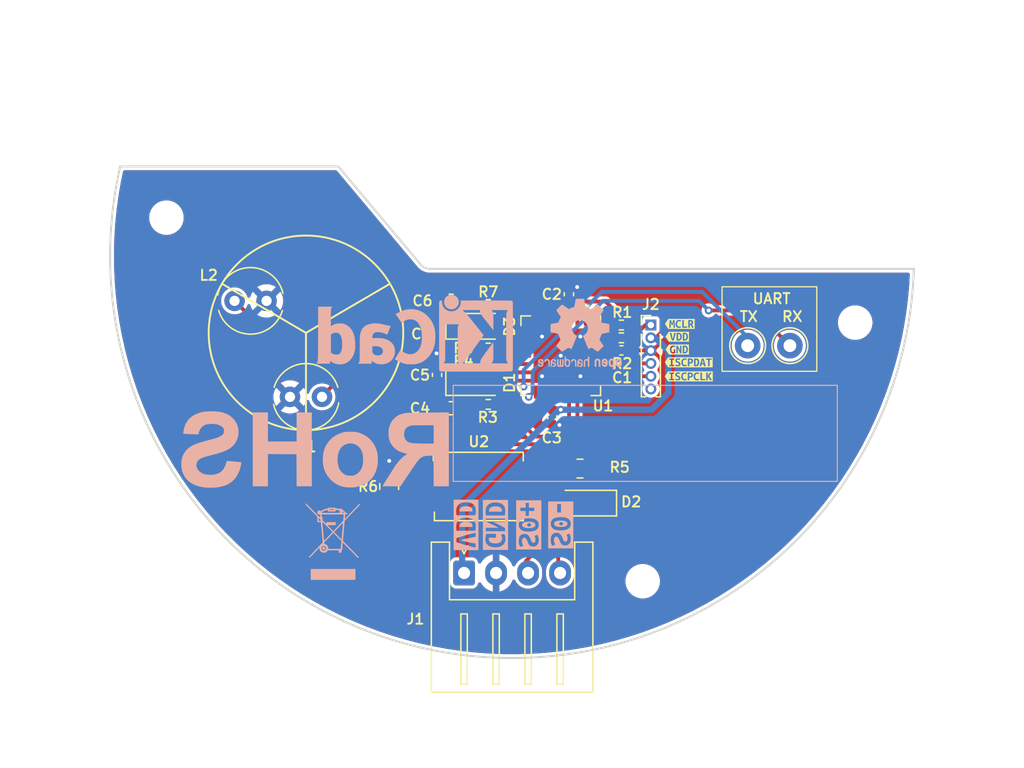
<source format=kicad_pcb>
(kicad_pcb (version 20241229) (generator "pcbnew") (generator_version "9.0")
  (title_block (comment 4 "AISLER Project ID: BFTGUQNT"))
  (layers (0 "F.Cu" signal) (2 "B.Cu" signal) (13 "F.Paste" user) (15 "B.Paste" user) (5 "F.SilkS" user "F.Silkscreen") (7 "B.SilkS" user "B.Silkscreen") (1 "F.Mask" user) (3 "B.Mask" user) (25 "Edge.Cuts" user))
  (net 0 "")
  (net 1 "GND")
  (net 2 "Net-(D1-K)")
  (net 3 "Net-(D1-A)")
  (net 4 "Net-(D2-A)")
  (net 5 "+5V")
  (net 6 "/S0_P")
  (net 7 "/S0_N")
  (net 9 "/~{MCLR}")
  (net 10 "Net-(D3-A)")
  (net 11 "/ICSPCLK")
  (net 12 "/ICSPDAT")
  (net 13 "/EN_A")
  (net 14 "/PULSE_A")
  (net 15 "/EN_B")
  (net 16 "/PULSE_B")
  (net 17 "/S0_PULSE_OUT")
  (net 18 "/TX")
  (net 19 "/RX")
  (net 20 "Net-(C4-Pad2)")
  (net 21 "Net-(D3-K)")
  (net 22 "Net-(C6-Pad2)")
  (net 23 "Net-(U1-~{MCLR}{slash}RE3)")
  (net 24 "Net-(R5-Pad1)")
  (net 25 "Net-(R6-Pad1)")
  (footprint "Capacitor_SMD:C_0603_1608Metric_Pad1.08x0.95mm_HandSolder" (layer "F.Cu") (at 145.2375 101.8875)
    (property "Reference" "C4" (at -2.4375 0.0125 0) (layer "F.SilkS") (effects (font (size 0.8 0.8))))
    (property "Value" "100pF")
    (pad "1" smd roundrect (at -0.8625 0) (size 1.075 0.95) (layers "F.Cu" "F.Mask" "F.Paste") (net 2 "Net-(D1-K)"))
    (pad "2" smd roundrect (at 0.8625 0) (size 1.075 0.95) (layers "F.Cu" "F.Mask" "F.Paste") (net 20 "Net-(C4-Pad2)"))
  )
  (footprint "Resistor_SMD:R_0402_1005Metric_Pad0.72x0.64mm_HandSolder" (layer "F.Cu") (at 148.1375 97.1875 180)
    (property "Reference" "R8" (at 1.9375 -0.0125 0) (layer "F.SilkS") (effects (font (size 0.8 0.8))))
    (property "Value" "470")
    (pad "1" smd roundrect (at -0.5975 0 180) (size 0.715 0.64) (layers "F.Cu" "F.Mask" "F.Paste") (net 15 "/EN_B"))
    (pad "2" smd roundrect (at 0.5975 0 180) (size 0.715 0.64) (layers "F.Cu" "F.Mask" "F.Paste") (net 10 "Net-(D3-A)"))
  )
  (footprint "TestPoint:TestPoint_Keystone_5000-5004_Miniature" (layer "F.Cu") (at 168.4 97)
    (property "Reference" "J3" (hide yes))
    (property "Value" "Conn_01x01")
    (pad "1" thru_hole circle (at 0 0) (size 2 2) (drill 1) (layers "*.Cu" "*.Mask") (net 18 "/TX"))
  )
  (footprint "MountingHole:MountingHole_2.2mm_M2_ISO7380" (layer "F.Cu") (at 176.8 95.2)
    (property "Reference" "H3" (hide yes))
    (property "Value" "MountingHole")
    (pad "" np_thru_hole circle (at 0 0) (size 2.2 2.2) (drill 2.2) (layers "*.Cu" "*.Mask"))
  )
  (footprint "Capacitor_SMD:C_0603_1608Metric_Pad1.08x0.95mm_HandSolder" (layer "F.Cu") (at 145.2375 93.4875)
    (property "Reference" "C6" (at -2.2375 0.0125 0) (layer "F.SilkS") (effects (font (size 0.8 0.8))))
    (property "Value" "100pF")
    (pad "1" smd roundrect (at -0.8625 0) (size 1.075 0.95) (layers "F.Cu" "F.Mask" "F.Paste") (net 21 "Net-(D3-K)"))
    (pad "2" smd roundrect (at 0.8625 0) (size 1.075 0.95) (layers "F.Cu" "F.Mask" "F.Paste") (net 22 "Net-(C6-Pad2)"))
  )
  (footprint "Diode_SMD:D_SOD-123F" (layer "F.Cu") (at 147.0375 99.8875)
    (property "Reference" "D1" (at 2.7625 0.0125 90) (layer "F.SilkS") (effects (font (size 0.8 0.8))))
    (property "Value" "SS14")
    (pad "1" smd roundrect (at -1.4 0) (size 1.1 1.1) (layers "F.Cu" "F.Mask" "F.Paste") (roundrect_rratio 0.2272727273) (net 2 "Net-(D1-K)"))
    (pad "2" smd roundrect (at 1.4 0) (size 1.1 1.1) (layers "F.Cu" "F.Mask" "F.Paste") (roundrect_rratio 0.2272727273) (net 3 "Net-(D1-A)"))
  )
  (footprint "Capacitor_SMD:C_0402_1005Metric_Pad0.74x0.62mm_HandSolder" (layer "F.Cu") (at 144.1375 96.0875 -90)
    (property "Reference" "C7" (at 0 1.2375 0) (layer "F.SilkS") (effects (font (size 0.8 0.8))))
    (property "Value" "2.2nF")
    (pad "1" smd roundrect (at -0.5675 0 270) (size 0.735 0.62) (layers "F.Cu" "F.Mask" "F.Paste") (net 21 "Net-(D3-K)"))
    (pad "2" smd roundrect (at 0.5675 0 270) (size 0.735 0.62) (layers "F.Cu" "F.Mask" "F.Paste") (net 1 "GND"))
  )
  (footprint "MountingHole:MountingHole_2.2mm_M2_ISO7380" (layer "F.Cu") (at 123 87)
    (property "Reference" "H2" (hide yes))
    (property "Value" "MountingHole")
    (pad "" np_thru_hole circle (at 0 0) (size 2.2 2.2) (drill 2.2) (layers "*.Cu" "*.Mask"))
  )
  (footprint "MountingHole:MountingHole_2.2mm_M2_ISO7380" (layer "F.Cu") (at 160.2 115.4)
    (property "Reference" "H1" (hide yes))
    (property "Value" "MountingHole")
    (pad "" np_thru_hole circle (at 0 0) (size 2.2 2.2) (drill 2.2) (layers "*.Cu" "*.Mask"))
  )
  (footprint "Capacitor_SMD:C_0402_1005Metric_Pad0.74x0.62mm_HandSolder" (layer "F.Cu") (at 154.4375 92.9875 90)
    (property "Reference" "C2" (at 0 -1.3375 180) (layer "F.SilkS") (effects (font (size 0.8 0.8))))
    (property "Value" "0.1uF")
    (pad "1" smd roundrect (at -0.5675 0 90) (size 0.735 0.62) (layers "F.Cu" "F.Mask" "F.Paste") (net 5 "+5V"))
    (pad "2" smd roundrect (at 0.5675 0 90) (size 0.735 0.62) (layers "F.Cu" "F.Mask" "F.Paste") (net 1 "GND"))
  )
  (footprint "Diode_SMD:D_SOD-123" (layer "F.Cu") (at 155.8 109.3 180)
    (property "Reference" "D2" (at -3.5 0.1 0) (layer "F.SilkS") (effects (font (size 0.8 0.8))))
    (property "Value" "B5819W")
    (pad "1" smd roundrect (at -1.65 0 180) (size 0.9 1.2) (layers "F.Cu" "F.Mask" "F.Paste") (net 7 "/S0_N"))
    (pad "2" smd roundrect (at 1.65 0 180) (size 0.9 1.2) (layers "F.Cu" "F.Mask" "F.Paste") (net 4 "Net-(D2-A)"))
  )
  (footprint "Capacitor_SMD:C_0402_1005Metric_Pad0.74x0.62mm_HandSolder" (layer "F.Cu") (at 144.1375 99.2875 90)
    (property "Reference" "C5" (at -0.0125 -1.3375 180) (layer "F.SilkS") (effects (font (size 0.8 0.8))))
    (property "Value" "2.2nF")
    (pad "1" smd roundrect (at -0.5675 0 90) (size 0.735 0.62) (layers "F.Cu" "F.Mask" "F.Paste") (net 2 "Net-(D1-K)"))
    (pad "2" smd roundrect (at 0.5675 0 90) (size 0.735 0.62) (layers "F.Cu" "F.Mask" "F.Paste") (net 1 "GND"))
  )
  (footprint "Inductor_Fastron_THT:L_Radial_D4.80mm_P2.50mm_Fastron_05HCP" (layer "F.Cu") (at 135.15 101 180)
    (property "Reference" "L1" (at 1.15 -3.9 0) (layer "F.SilkS") (effects (font (size 0.8 0.8))))
    (property "Value" "1mH")
    (pad "1" thru_hole circle (at 0 0 180) (size 1.6 1.6) (drill 0.8) (layers "*.Cu" "*.Mask") (net 2 "Net-(D1-K)"))
    (pad "2" thru_hole circle (at 2.5 0 180) (size 1.6 1.6) (drill 0.8) (layers "*.Cu" "*.Mask") (net 1 "GND"))
  )
  (footprint "Resistor_SMD:R_0402_1005Metric_Pad0.72x0.64mm_HandSolder" (layer "F.Cu") (at 158.5375 96.3875 180)
    (property "Reference" "R2" (at -0.0625 -2.0125 0) (layer "F.SilkS") (effects (font (size 0.8 0.8))))
    (property "Value" "470")
    (pad "1" smd roundrect (at -0.5975 0 180) (size 0.715 0.64) (layers "F.Cu" "F.Mask" "F.Paste") (net 9 "/~{MCLR}"))
    (pad "2" smd roundrect (at 0.5975 0 180) (size 0.715 0.64) (layers "F.Cu" "F.Mask" "F.Paste") (net 23 "Net-(U1-~{MCLR}{slash}RE3)"))
  )
  (footprint "Diode_SMD:D_SOD-123F" (layer "F.Cu") (at 147.0375 95.4875)
    (property "Reference" "D3" (at 2.7625 0.0125 90) (layer "F.SilkS") (effects (font (size 0.8 0.8))))
    (property "Value" "SS14")
    (pad "1" smd roundrect (at -1.4 0) (size 1.1 1.1) (layers "F.Cu" "F.Mask" "F.Paste") (roundrect_rratio 0.2272727273) (net 21 "Net-(D3-K)"))
    (pad "2" smd roundrect (at 1.4 0) (size 1.1 1.1) (layers "F.Cu" "F.Mask" "F.Paste") (roundrect_rratio 0.2272727273) (net 10 "Net-(D3-A)"))
  )
  (footprint "Resistor_SMD:R_0402_1005Metric_Pad0.72x0.64mm_HandSolder" (layer "F.Cu") (at 148.1375 101.5875)
    (property "Reference" "R3" (at -0.0375 1.0125 0) (layer "F.SilkS") (effects (font (size 0.8 0.8))))
    (property "Value" "470")
    (pad "1" smd roundrect (at -0.5975 0) (size 0.715 0.64) (layers "F.Cu" "F.Mask" "F.Paste") (net 20 "Net-(C4-Pad2)"))
    (pad "2" smd roundrect (at 0.5975 0) (size 0.715 0.64) (layers "F.Cu" "F.Mask" "F.Paste") (net 14 "/PULSE_A"))
  )
  (footprint "Connector_PinHeader_1.00mm:PinHeader_1x06_P1.00mm_Vertical" (layer "F.Cu") (at 160.8375 95.3875)
    (property "Reference" "J2" (at 0 -1.61 0) (layer "F.SilkS") (effects (font (size 0.8 0.8))))
    (property "Value" "Conn_PIC_ICSP_ICD")
    (pad "1" thru_hole rect (at 0 0) (size 0.85 0.85) (drill 0.5) (layers "*.Cu" "*.Mask") (net 9 "/~{MCLR}"))
    (pad "2" thru_hole circle (at 0 1) (size 0.85 0.85) (drill 0.5) (layers "*.Cu" "*.Mask") (net 5 "+5V"))
    (pad "3" thru_hole circle (at 0 2) (size 0.85 0.85) (drill 0.5) (layers "*.Cu" "*.Mask") (net 1 "GND"))
    (pad "4" thru_hole circle (at 0 3) (size 0.85 0.85) (drill 0.5) (layers "*.Cu" "*.Mask") (net 12 "/ICSPDAT"))
    (pad "5" thru_hole circle (at 0 4) (size 0.85 0.85) (drill 0.5) (layers "*.Cu" "*.Mask") (net 11 "/ICSPCLK"))
    (pad "6" thru_hole circle (at 0 5) (size 0.85 0.85) (drill 0.5) (layers "*.Cu" "*.Mask"))
  )
  (footprint "Package_SO:SSO-4_6.7x5.1mm_P2.54mm_Clearance8mm" (layer "F.Cu") (at 147.4 108)
    (property "Reference" "U2" (at 0 -3.5 0) (layer "F.SilkS") (effects (font (size 0.8 0.8))))
    (property "Value" "HCPL-817-30DE")
    (pad "1" smd rect (at -4.75 -1.27) (size 1.5 1.5) (layers "F.Cu" "F.Mask" "F.Paste") (net 17 "/S0_PULSE_OUT"))
    (pad "2" smd rect (at -4.75 1.27) (size 1.5 1.5) (layers "F.Cu" "F.Mask" "F.Paste") (net 25 "Net-(R6-Pad1)"))
    (pad "3" smd rect (at 4.75 1.27) (size 1.5 1.5) (layers "F.Cu" "F.Mask" "F.Paste") (net 4 "Net-(D2-A)"))
    (pad "4" smd rect (at 4.75 -1.27) (size 1.5 1.5) (layers "F.Cu" "F.Mask" "F.Paste") (net 24 "Net-(R5-Pad1)"))
  )
  (footprint "Inductor_Fastron_THT:L_Radial_D4.80mm_P2.50mm_Fastron_05HCP" (layer "F.Cu") (at 128.319873 93.5)
    (property "Reference" "L2" (at -2.019873 -2 0) (layer "F.SilkS") (effects (font (size 0.8 0.8))))
    (property "Value" "1mH")
    (pad "1" thru_hole circle (at 0 0) (size 1.6 1.6) (drill 0.8) (layers "*.Cu" "*.Mask") (net 21 "Net-(D3-K)"))
    (pad "2" thru_hole circle (at 2.5 0) (size 1.6 1.6) (drill 0.8) (layers "*.Cu" "*.Mask") (net 1 "GND"))
  )
  (footprint "kibuzzard-6924F128" (layer "F.Cu") (at 162.9 96.3)
    (property "Reference" "kibuzzard-6924F128" (hide yes))
    (property "Value" "G***" (hide yes))
  )
  (footprint "Package_DFN_QFN:QFN-28-1EP_6x6mm_P0.65mm_EP4.25x4.25mm" (layer "F.Cu") (at 153.8 97.7875 -90)
    (property "Reference" "U1" (at 3.9125 -3.3 180) (layer "F.SilkS") (effects (font (size 0.8 0.8))))
    (property "Value" "PIC18F25K80_IML")
    (pad "1" smd roundrect (at -2.8375 -1.95 270) (size 1.025 0.3) (layers "F.Cu" "F.Mask" "F.Paste"))
    (pad "2" smd roundrect (at -2.8375 -1.3 270) (size 1.025 0.3) (layers "F.Cu" "F.Mask" "F.Paste"))
    (pad "3" smd roundrect (at -2.8375 -0.65 270) (size 1.025 0.3) (layers "F.Cu" "F.Mask" "F.Paste") (net 5 "+5V"))
    (pad "4" smd roundrect (at -2.8375 0 270) (size 1.025 0.3) (layers "F.Cu" "F.Mask" "F.Paste") (net 16 "/PULSE_B"))
    (pad "5" smd roundrect (at -2.8375 0.65 270) (size 1.025 0.3) (layers "F.Cu" "F.Mask" "F.Paste") (net 1 "GND"))
    (pad "6" smd roundrect (at -2.8375 1.3 270) (size 1.025 0.3) (layers "F.Cu" "F.Mask" "F.Paste"))
    (pad "7" smd roundrect (at -2.8375 1.95 270) (size 1.025 0.3) (layers "F.Cu" "F.Mask" "F.Paste"))
    (pad "8" smd roundrect (at -1.95 2.8375 270) (size 0.3 1.025) (layers "F.Cu" "F.Mask" "F.Paste") (net 15 "/EN_B"))
    (pad "9" smd roundrect (at -1.3 2.8375 270) (size 0.3 1.025) (layers "F.Cu" "F.Mask" "F.Paste"))
    (pad "10" smd roundrect (at -0.65 2.8375 270) (size 0.3 1.025) (layers "F.Cu" "F.Mask" "F.Paste"))
    (pad "11" smd roundrect (at 0 2.8375 270) (size 0.3 1.025) (layers "F.Cu" "F.Mask" "F.Paste"))
    (pad "12" smd roundrect (at 0.65 2.8375 270) (size 0.3 1.025) (layers "F.Cu" "F.Mask" "F.Paste"))
    (pad "13" smd roundrect (at 1.3 2.8375 270) (size 0.3 1.025) (layers "F.Cu" "F.Mask" "F.Paste") (net 13 "/EN_A"))
    (pad "14" smd roundrect (at 1.95 2.8375 270) (size 0.3 1.025) (layers "F.Cu" "F.Mask" "F.Paste") (net 18 "/TX"))
    (pad "15" smd roundrect (at 2.8375 1.95 270) (size 1.025 0.3) (layers "F.Cu" "F.Mask" "F.Paste") (net 19 "/RX"))
    (pad "16" smd roundrect (at 2.8375 1.3 270) (size 1.025 0.3) (layers "F.Cu" "F.Mask" "F.Paste") (net 1 "GND"))
    (pad "17" smd roundrect (at 2.8375 0.65 270) (size 1.025 0.3) (layers "F.Cu" "F.Mask" "F.Paste") (net 5 "+5V"))
    (pad "18" smd roundrect (at 2.8375 0 270) (size 1.025 0.3) (layers "F.Cu" "F.Mask" "F.Paste"))
    (pad "19" smd roundrect (at 2.8375 -0.65 270) (size 1.025 0.3) (layers "F.Cu" "F.Mask" "F.Paste") (net 14 "/PULSE_A"))
    (pad "20" smd roundrect (at 2.8375 -1.3 270) (size 1.025 0.3) (layers "F.Cu" "F.Mask" "F.Paste") (net 17 "/S0_PULSE_OUT"))
    (pad "21" smd roundrect (at 2.8375 -1.95 270) (size 1.025 0.3) (layers "F.Cu" "F.Mask" "F.Paste"))
    (pad "22" smd roundrect (at 1.95 -2.8375 270) (size 0.3 1.025) (layers "F.Cu" "F.Mask" "F.Paste"))
    (pad "23" smd roundrect (at 1.3 -2.8375 270) (size 0.3 1.025) (layers "F.Cu" "F.Mask" "F.Paste"))
    (pad "24" smd roundrect (at 0.65 -2.8375 270) (size 0.3 1.025) (layers "F.Cu" "F.Mask" "F.Paste") (net 11 "/ICSPCLK"))
    (pad "25" smd roundrect (at 0 -2.8375 270) (size 0.3 1.025) (layers "F.Cu" "F.Mask" "F.Paste") (net 12 "/ICSPDAT"))
    (pad "26" smd roundrect (at -0.65 -2.8375 270) (size 0.3 1.025) (layers "F.Cu" "F.Mask" "F.Paste") (net 23 "Net-(U1-~{MCLR}{slash}RE3)"))
    (pad "27" smd roundrect (at -1.3 -2.8375 270) (size 0.3 1.025) (layers "F.Cu" "F.Mask" "F.Paste"))
    (pad "28" smd roundrect (at -1.95 -2.8375 270) (size 0.3 1.025) (layers "F.Cu" "F.Mask" "F.Paste"))
    (pad "29" smd rect (at 0 0 270) (size 4.25 4.25) (property pad_prop_heatsink) (layers "F.Cu" "F.Mask") (net 1 "GND"))
  )
  (footprint "TestPoint:TestPoint_Keystone_5000-5004_Miniature" (layer "F.Cu") (at 171.7 97)
    (property "Reference" "J4" (hide yes))
    (property "Value" "Conn_01x01")
    (pad "1" thru_hole circle (at 0 0) (size 2 2) (drill 1) (layers "*.Cu" "*.Mask") (net 19 "/RX"))
  )
  (footprint "Resistor_SMD:R_0402_1005Metric_Pad0.72x0.64mm_HandSolder" (layer "F.Cu") (at 158.5375 95.3875)
    (property "Reference" "R1" (at 0.0625 -0.9875 0) (layer "F.SilkS") (effects (font (size 0.8 0.8))))
    (property "Value" "10k")
    (pad "1" smd roundrect (at -0.5975 0) (size 0.715 0.64) (layers "F.Cu" "F.Mask" "F.Paste") (net 9 "/~{MCLR}"))
    (pad "2" smd roundrect (at 0.5975 0) (size 0.715 0.64) (layers "F.Cu" "F.Mask" "F.Paste") (net 5 "+5V"))
  )
  (footprint "kibuzzard-6924F10E" (layer "F.Cu") (at 163.1 95.3)
    (property "Reference" "kibuzzard-6924F10E" (hide yes))
    (property "Value" "G***" (hide yes))
  )
  (footprint "Resistor_SMD:R_0805_2012Metric_Pad1.20x1.40mm_HandSolder" (layer "F.Cu") (at 155.3 106.6)
    (property "Reference" "R5" (at 3.1 -0.1 0) (layer "F.SilkS") (effects (font (size 0.8 0.8))))
    (property "Value" "220")
    (pad "1" smd roundrect (at -1 0) (size 1.2 1.4) (layers "F.Cu" "F.Mask" "F.Paste") (roundrect_rratio 0.208333) (net 24 "Net-(R5-Pad1)"))
    (pad "2" smd roundrect (at 1 0) (size 1.2 1.4) (layers "F.Cu" "F.Mask" "F.Paste") (roundrect_rratio 0.208333) (net 6 "/S0_P"))
  )
  (footprint "kibuzzard-6924F13D" (layer "F.Cu") (at 162.9 97.3)
    (property "Reference" "kibuzzard-6924F13D" (hide yes))
    (property "Value" "G***" (hide yes))
  )
  (footprint "Capacitor_SMD:C_0402_1005Metric_Pad0.74x0.62mm_HandSolder" (layer "F.Cu") (at 153.1375 102.5875 -90)
    (property "Reference" "C3" (at 1.6125 0.0375 180) (layer "F.SilkS") (effects (font (size 0.8 0.8))))
    (property "Value" "0.1uF")
    (pad "1" smd roundrect (at -0.5675 0 270) (size 0.735 0.62) (layers "F.Cu" "F.Mask" "F.Paste") (net 5 "+5V"))
    (pad "2" smd roundrect (at 0.5675 0 270) (size 0.735 0.62) (layers "F.Cu" "F.Mask" "F.Paste") (net 1 "GND"))
  )
  (footprint "Connector_JST:JST_XH_S4B-XH-A_1x04_P2.50mm_Horizontal" (layer "F.Cu") (at 146.25 114.755)
    (property "Reference" "J1" (at -3.8 3.6 0) (layer "F.SilkS") (effects (font (size 0.8 0.8))))
    (property "Value" "Conn_01x04")
    (pad "1" thru_hole roundrect (at 0 0) (size 1.7 1.95) (drill 0.95) (layers "*.Cu" "*.Mask") (roundrect_rratio 0.147059) (net 5 "+5V"))
    (pad "2" thru_hole oval (at 2.5 0) (size 1.7 1.95) (drill 0.95) (layers "*.Cu" "*.Mask") (net 1 "GND"))
    (pad "3" thru_hole oval (at 5 0) (size 1.7 1.95) (drill 0.95) (layers "*.Cu" "*.Mask") (net 6 "/S0_P"))
    (pad "4" thru_hole oval (at 7.5 0) (size 1.7 1.95) (drill 0.95) (layers "*.Cu" "*.Mask") (net 7 "/S0_N"))
  )
  (footprint "Resistor_SMD:R_0402_1005Metric_Pad0.72x0.64mm_HandSolder" (layer "F.Cu") (at 148.1375 98.1875 180)
    (property "Reference" "R4" (at 1.9375 -0.0125 0) (layer "F.SilkS") (effects (font (size 0.8 0.8))))
    (property "Value" "470")
    (pad "1" smd roundrect (at -0.5975 0 180) (size 0.715 0.64) (layers "F.Cu" "F.Mask" "F.Paste") (net 13 "/EN_A"))
    (pad "2" smd roundrect (at 0.5975 0 180) (size 0.715 0.64) (layers "F.Cu" "F.Mask" "F.Paste") (net 3 "Net-(D1-A)"))
  )
  (footprint "Capacitor_SMD:C_0402_1005Metric_Pad0.74x0.62mm_HandSolder" (layer "F.Cu") (at 158.540253 97.367438)
    (property "Reference" "C1" (at 0.059747 2.132562 0) (layer "F.SilkS") (effects (font (size 0.8 0.8))))
    (property "Value" "0.1uF")
    (pad "1" smd roundrect (at -0.5675 0) (size 0.735 0.62) (layers "F.Cu" "F.Mask" "F.Paste") (net 9 "/~{MCLR}"))
    (pad "2" smd roundrect (at 0.5675 0) (size 0.735 0.62) (layers "F.Cu" "F.Mask" "F.Paste") (net 1 "GND"))
  )
  (footprint "kibuzzard-6924F154" (layer "F.Cu") (at 163.8 98.3)
    (property "Reference" "kibuzzard-6924F154" (hide yes))
    (property "Value" "G***" (hide yes))
  )
  (footprint "Resistor_SMD:R_0402_1005Metric_Pad0.72x0.64mm_HandSolder" (layer "F.Cu") (at 148.1375 93.7875)
    (property "Reference" "R7" (at 0 -0.9875 0) (layer "F.SilkS") (effects (font (size 0.8 0.8))))
    (property "Value" "470")
    (pad "1" smd roundrect (at -0.5975 0) (size 0.715 0.64) (layers "F.Cu" "F.Mask" "F.Paste") (net 22 "Net-(C6-Pad2)"))
    (pad "2" smd roundrect (at 0.5975 0) (size 0.715 0.64) (layers "F.Cu" "F.Mask" "F.Paste") (net 16 "/PULSE_B"))
  )
  (footprint "kibuzzard-6924F163" (layer "F.Cu") (at 163.8 99.4)
    (property "Reference" "kibuzzard-6924F163" (hide yes))
    (property "Value" "G***" (hide yes))
  )
  (footprint "Resistor_SMD:R_0805_2012Metric_Pad1.20x1.40mm_HandSolder" (layer "F.Cu") (at 140.4 108 90)
    (property "Reference" "R6" (at 0 -1.65 180) (layer "F.SilkS") (effects (font (size 0.8 0.8))))
    (property "Value" "220")
    (pad "1" smd roundrect (at -1 0 90) (size 1.2 1.4) (layers "F.Cu" "F.Mask" "F.Paste") (roundrect_rratio 0.208333) (net 25 "Net-(R6-Pad1)"))
    (pad "2" smd roundrect (at 1 0 90) (size 1.2 1.4) (layers "F.Cu" "F.Mask" "F.Paste") (roundrect_rratio 0.208333) (net 1 "GND"))
  )
  (footprint "Symbol:WEEE-Logo_4.2x6mm_SilkScreen" (layer "B.Cu") (at 136 112.3 180)
    (property "Reference" "REF**" (hide yes))
    (property "Value" "WEEE-Logo_4.2x6mm_SilkScreen" (hide yes))
  )
  (footprint "kibuzzard-6924F218" (layer "B.Cu") (at 148.7 111 90)
    (property "Reference" "kibuzzard-6924F218" (hide yes))
    (property "Value" "G***" (hide yes))
  )
  (footprint "Symbol:RoHS-Logo_6mm_SilkScreen" (layer "B.Cu") (at 134.6 105.1 180)
    (property "Reference" "REF**" (hide yes))
    (property "Value" "RoHS-Logo_6mm_SilkScreen" (hide yes))
  )
  (footprint "kibuzzard-6924F1AD" (layer "B.Cu") (at 153.8 111 90)
    (property "Reference" "kibuzzard-6924F1AD" (hide yes))
    (property "Value" "G***" (hide yes))
  )
  (footprint "Symbol:OSHW-Logo2_7.3x6mm_SilkScreen" (layer "B.Cu") (at 155.3 96.1 180)
    (property "Reference" "REF**" (hide yes))
    (property "Value" "OSHW-Logo2_7.3x6mm_SilkScreen" (hide yes))
  )
  (footprint "kibuzzard-6924F221" (layer "B.Cu") (at 146.4 111 90)
    (property "Reference" "kibuzzard-6924F221" (hide yes))
    (property "Value" "G***" (hide yes))
  )
  (footprint "Symbol:KiCad-Logo_6mm_SilkScreen" (layer "B.Cu") (at 142.4 96 180)
    (property "Reference" "REF**" (hide yes))
    (property "Value" "KiCad-Logo_6mm_SilkScreen" (hide yes))
  )
  (footprint "kibuzzard-6924F19F" (layer "B.Cu") (at 151.3 111 90)
    (property "Reference" "kibuzzard-6924F19F" (hide yes))
    (property "Value" "G***" (hide yes))
  )
  (gr_circle (center 133.9 96) (end 141.5 96) (stroke (width 0.15)) (fill no) (layer "F.SilkS"))
  (gr_rect (start 166.4 92.4) (end 173.8 99) (stroke (width 0.1)) (fill no) (layer "F.SilkS"))
  (gr_line (start 133.9 96) (end 140.4 92.2) (stroke (width 0.15)) (layer "F.SilkS"))
  (gr_line (start 133.9 96) (end 133.9 103.6) (stroke (width 0.15)) (layer "F.SilkS"))
  (gr_line (start 133.9 96) (end 127.4 92.2) (stroke (width 0.15)) (layer "F.SilkS"))
  (gr_line (start 145.4 100.1) (end 175.4 100.1) (stroke (width 0.08382)) (layer "B.SilkS"))
  (gr_line (start 175.4 100.1) (end 175.4 107.6) (stroke (width 0.08382)) (layer "B.SilkS"))
  (gr_line (start 145.4 107.6) (end 175.4 107.6) (stroke (width 0.08382)) (layer "B.SilkS"))
  (gr_line (start 145.4 100.1) (end 145.4 107.6) (stroke (width 0.08382)) (layer "B.SilkS"))
  (gr_arc (start 143.603185 91) (mid 143.180571 90.906303) (end 142.83714 90.642788) (stroke (width 0.16)) (layer "Edge.Cuts"))
  (gr_line (start 181.384072 91) (end 143.603185 91) (stroke (width 0.16)) (layer "Edge.Cuts"))
  (gr_line (start 142.83714 90.642788) (end 136.42408 83) (stroke (width 0.16)) (layer "Edge.Cuts"))
  (gr_line (start 136.42408 83) (end 119.390198 83) (stroke (width 0.16)) (layer "Edge.Cuts"))
  (gr_arc (start 181.384072 91) (mid 145.981309 121.141774) (end 119.390198 83) (stroke (width 0.16)) (layer "Edge.Cuts"))
  (gr_text "RX" (at 171 95.2 0) (layer "F.SilkS") (effects (font (size 0.8 0.8) (thickness 0.15) (bold yes)) (justify left bottom)))
  (gr_text "TX" (at 167.7 95.2 0) (layer "F.SilkS") (effects (font (size 0.8 0.8) (thickness 0.15) (bold yes)) (justify left bottom)))
  (gr_text "UART" (at 168.7 93.8 0) (layer "F.SilkS") (effects (font (size 0.8 0.8) (thickness 0.15) (bold yes)) (justify left bottom)))
  (segment (start 154.4375 92.42) (end 155.08 92.42) (width 0.3) (layer "F.Cu") (net 1))
  (segment (start 153.7 103.2) (end 153.1825 103.2) (width 0.3) (layer "F.Cu") (net 1))
  (segment (start 140.4 107) (end 140.4 106) (width 0.3) (layer "F.Cu") (net 1))
  (segment (start 144.1375 96.655) (end 144.1375 97.5625) (width 0.3) (layer "F.Cu") (net 1))
  (segment (start 153.15 94.95) (end 153.15 97.1375) (width 0.3) (layer "F.Cu") (net 1))
  (segment (start 155.1 92.4) (end 155.08 92.42) (width 0.3) (layer "F.Cu") (net 1))
  (segment (start 144.1375 97.5625) (end 144.1 97.6) (width 0.3) (layer "F.Cu") (net 1))
  (segment (start 153.1825 103.2) (end 153.1375 103.155) (width 0.3) (layer "F.Cu") (net 1))
  (segment (start 160.817438 97.367438) (end 160.8375 97.3875) (width 0.3) (layer "F.Cu") (net 1))
  (segment (start 153.15 97.1375) (end 153.8 97.7875) (width 0.3) (layer "F.Cu") (net 1))
  (segment (start 152.5 99.55) (end 152.3375 99.3875) (width 0.3) (layer "F.Cu") (net 1))
  (segment (start 152.5 100.625) (end 152.5 99.55) (width 0.3) (layer "F.Cu") (net 1))
  (segment (start 144.1375 97.6375) (end 144.1375 98.72) (width 0.3) (layer "F.Cu") (net 1))
  (segment (start 159.107753 97.367438) (end 160.817438 97.367438) (width 0.3) (layer "F.Cu") (net 1))
  (segment (start 144.1 97.6) (end 144.1375 97.6375) (width 0.3) (layer "F.Cu") (net 1))
  (via (at 153.8 97.7875) (size 0.6) (drill 0.3) (layers "F.Cu" "B.Cu") (net 1))
  (via (at 140.4 106) (size 0.6) (drill 0.3) (layers "F.Cu" "B.Cu") (net 1))
  (via (at 155.08 92.42) (size 0.6) (drill 0.3) (layers "F.Cu" "B.Cu") (net 1))
  (via (at 152.3375 99.3875) (size 0.6) (drill 0.3) (layers "F.Cu" "B.Cu") (net 1))
  (via (at 153.7 103.2) (size 0.6) (drill 0.3) (layers "F.Cu" "B.Cu") (net 1))
  (via (at 152.3375 96.2875) (size 0.6) (drill 0.3) (layers "F.Cu" "B.Cu") (net 1))
  (via (at 155.3375 99.3875) (size 0.6) (drill 0.3) (layers "F.Cu" "B.Cu") (net 1))
  (via (at 155.3375 96.2875) (size 0.6) (drill 0.3) (layers "F.Cu" "B.Cu") (net 1))
  (via (at 144.1 97.6) (size 0.6) (drill 0.3) (layers "F.Cu" "B.Cu") (net 1))
  (segment (start 135.15 101) (end 135.15 100.95) (width 0.3) (layer "F.Cu") (net 2))
  (segment (start 145.605 99.855) (end 145.6375 99.8875) (width 0.2) (layer "F.Cu") (net 2))
  (segment (start 144.375 100.0925) (end 144.1375 99.855) (width 0.3) (layer "F.Cu") (net 2))
  (segment (start 136.245 99.855) (end 144.1375 99.855) (width 0.3) (layer "F.Cu") (net 2))
  (segment (start 144.17 99.8875) (end 144.1375 99.855) (width 0.2) (layer "F.Cu") (net 2))
  (segment (start 135.15 100.95) (end 136.245 99.855) (width 0.3) (layer "F.Cu") (net 2))
  (segment (start 144.375 101.8875) (end 144.375 100.0925) (width 0.3) (layer "F.Cu") (net 2))
  (segment (start 144.1375 99.855) (end 145.605 99.855) (width 0.2) (layer "F.Cu") (net 2))
  (segment (start 148.4375 99.085) (end 147.54 98.1875) (width 0.3) (layer "F.Cu") (net 3))
  (segment (start 148.4375 99.8875) (end 148.4375 99.085) (width 0.3) (layer "F.Cu") (net 3))
  (segment (start 154.12 109.27) (end 154.15 109.3) (width 0.3) (layer "F.Cu") (net 4))
  (segment (start 152.15 109.27) (end 154.12 109.27) (width 0.3) (layer "F.Cu") (net 4))
  (segment (start 157.3025 93.555) (end 159.135 95.3875) (width 0.3) (layer "F.Cu") (net 5))
  (segment (start 154.4375 93.555) (end 157.3025 93.555) (width 0.3) (layer "F.Cu") (net 5))
  (segment (start 153.1575 102) (end 153.1375 102.02) (width 0.5) (layer "F.Cu") (net 5))
  (segment (start 160 94.5) (end 161.5 94.5) (width 0.3) (layer "F.Cu") (net 5))
  (segment (start 159.135 95.365) (end 160 94.5) (width 0.3) (layer "F.Cu") (net 5))
  (segment (start 161.5 94.5) (end 162 95) (width 0.3) (layer "F.Cu") (net 5))
  (segment (start 154.45 94.95) (end 154.45 93.5675) (width 0.3) (layer "F.Cu") (net 5))
  (segment (start 153.15 100.625) (end 153.15 102.0075) (width 0.3) (layer "F.Cu") (net 5))
  (segment (start 161.2125 96.3875) (end 160.8375 96.3875) (width 0.3) (layer "F.Cu") (net 5))
  (segment (start 153.8 102) (end 153.1575 102) (width 0.5) (layer "F.Cu") (net 5))
  (segment (start 162 95.6) (end 161.2125 96.3875) (width 0.3) (layer "F.Cu") (net 5))
  (segment (start 154.45 93.5675) (end 154.4375 93.555) (width 0.3) (layer "F.Cu") (net 5))
  (segment (start 153.15 102.0075) (end 153.1375 102.02) (width 0.3) (layer "F.Cu") (net 5))
  (segment (start 162 95) (end 162 95.6) (width 0.3) (layer "F.Cu") (net 5))
  (segment (start 159.135 95.3875) (end 159.135 95.365) (width 0.3) (layer "F.Cu") (net 5))
  (via (at 153.8 102) (size 0.6) (drill 0.3) (layers "F.Cu" "B.Cu") (net 5))
  (segment (start 160.9 102) (end 162.2 100.7) (width 0.5) (layer "B.Cu") (net 5))
  (segment (start 153.8 102) (end 160.9 102) (width 0.5) (layer "B.Cu") (net 5))
  (segment (start 161.1875 96.3875) (end 160.8375 96.3875) (width 0.5) (layer "B.Cu") (net 5))
  (segment (start 146.1 109.6) (end 146.1 114.805) (width 0.5) (layer "B.Cu") (net 5))
  (segment (start 162.2 97.4) (end 161.1875 96.3875) (width 0.5) (layer "B.Cu") (net 5))
  (segment (start 146.1 114.805) (end 146.25 114.955) (width 0.5) (layer "B.Cu") (net 5))
  (segment (start 153.8 102) (end 153.7 102) (width 0.5) (layer "B.Cu") (net 5))
  (segment (start 153.7 102) (end 146.1 109.6) (width 0.5) (layer "B.Cu") (net 5))
  (segment (start 162.2 100.7) (end 162.2 97.4) (width 0.5) (layer "B.Cu") (net 5))
  (segment (start 156.3 106.6) (end 156.3 108.6) (width 0.3) (layer "F.Cu") (net 6))
  (segment (start 151.1 114.805) (end 151.25 114.955) (width 0.3) (layer "F.Cu") (net 6))
  (segment (start 151.1 113.8) (end 151.1 114.805) (width 0.3) (layer "F.Cu") (net 6))
  (segment (start 156.3 108.6) (end 151.1 113.8) (width 0.3) (layer "F.Cu") (net 6))
  (segment (start 153.6 114.805) (end 153.75 114.955) (width 0.3) (layer "F.Cu") (net 7))
  (segment (start 153.6 113.15) (end 153.6 114.805) (width 0.3) (layer "F.Cu") (net 7))
  (segment (start 157.45 109.3) (end 153.6 113.15) (width 0.3) (layer "F.Cu") (net 7))
  (segment (start 159.023184 96.3875) (end 159.135 96.3875) (width 0.3) (layer "F.Cu") (net 9))
  (segment (start 157.972753 97.367219) (end 158.952472 96.3875) (width 0.2) (layer "F.Cu") (net 9))
  (segment (start 158.023184 95.3875) (end 159.023184 96.3875) (width 0.3) (layer "F.Cu") (net 9))
  (segment (start 159.4125 96.3875) (end 159.135 96.3875) (width 0.3) (layer "F.Cu") (net 9))
  (segment (start 157.94 95.3875) (end 158.023184 95.3875) (width 0.3) (layer "F.Cu") (net 9))
  (segment (start 157.972753 97.367438) (end 157.972753 97.367219) (width 0.2) (layer "F.Cu") (net 9))
  (segment (start 158.952472 96.3875) (end 159.135 96.3875) (width 0.2) (layer "F.Cu") (net 9))
  (segment (start 160.4125 95.3875) (end 159.4125 96.3875) (width 0.3) (layer "F.Cu") (net 9))
  (segment (start 160.8375 95.3875) (end 160.4125 95.3875) (width 0.3) (layer "F.Cu") (net 9))
  (segment (start 157.972753 97.367438) (end 158.057562 97.367438) (width 0.2) (layer "F.Cu") (net 9))
  (segment (start 148.4375 96.29) (end 147.54 97.1875) (width 0.3) (layer "F.Cu") (net 10))
  (segment (start 148.4375 95.4875) (end 148.4375 96.29) (width 0.3) (layer "F.Cu") (net 10))
  (segment (start 158.0875 99.3875) (end 160.8375 99.3875) (width 0.3) (layer "F.Cu") (net 11))
  (segment (start 157.1375 98.4375) (end 158.0875 99.3875) (width 0.3) (layer "F.Cu") (net 11))
  (segment (start 156.6375 98.4375) (end 157.1375 98.4375) (width 0.3) (layer "F.Cu") (net 11))
  (segment (start 157.8875 98.3875) (end 160.8375 98.3875) (width 0.3) (layer "F.Cu") (net 12))
  (segment (start 156.6375 97.7875) (end 157.2875 97.7875) (width 0.3) (layer "F.Cu") (net 12))
  (segment (start 157.2875 97.7875) (end 157.8875 98.3875) (width 0.3) (layer "F.Cu") (net 12))
  (segment (start 149.635 99.0875) (end 148.735 98.1875) (width 0.3) (layer "F.Cu") (net 13))
  (segment (start 150.9625 99.0875) (end 149.635 99.0875) (width 0.3) (layer "F.Cu") (net 13))
  (segment (start 153.8 104.1) (end 151.8 104.1) (width 0.3) (layer "F.Cu") (net 14))
  (segment (start 154.45 103.45) (end 153.8 104.1) (width 0.3) (layer "F.Cu") (net 14))
  (segment (start 149.2875 101.5875) (end 148.735 101.5875) (width 0.3) (layer "F.Cu") (net 14))
  (segment (start 151.8 104.1) (end 149.2875 101.5875) (width 0.3) (layer "F.Cu") (net 14))
  (segment (start 154.45 100.625) (end 154.45 103.45) (width 0.3) (layer "F.Cu") (net 14))
  (segment (start 150.9625 95.8375) (end 150.0625 95.8375) (width 0.3) (layer "F.Cu") (net 15))
  (segment (start 150.0625 95.8375) (end 148.735 97.165) (width 0.3) (layer "F.Cu") (net 15))
  (segment (start 148.735 97.165) (end 148.735 97.1875) (width 0.3) (layer "F.Cu") (net 15))
  (segment (start 153.8 94.95) (end 153.8 94.3) (width 0.3) (layer "F.Cu") (net 16))
  (segment (start 153.8 94.3) (end 153.4 93.9) (width 0.3) (layer "F.Cu") (net 16))
  (segment (start 148.8475 93.9) (end 148.735 93.7875) (width 0.3) (layer "F.Cu") (net 16))
  (segment (start 153.4 93.9) (end 148.8475 93.9) (width 0.3) (layer "F.Cu") (net 16))
  (segment (start 154 104.7) (end 144.68 104.7) (width 0.3) (layer "F.Cu") (net 17))
  (segment (start 144.68 104.7) (end 142.65 106.73) (width 0.3) (layer "F.Cu") (net 17))
  (segment (start 155.1 103.6) (end 154 104.7) (width 0.3) (layer "F.Cu") (net 17))
  (segment (start 155.1 100.625) (end 155.1 103.6) (width 0.3) (layer "F.Cu") (net 17))
  (segment (start 150.9625 99.7375) (end 150.9 99.8) (width 0.3) (layer "F.Cu") (net 18))
  (segment (start 150.9 99.8) (end 150.9 100.2) (width 0.3) (layer "F.Cu") (net 18))
  (via (at 150.9 100.2) (size 0.6) (drill 0.3) (layers "F.Cu" "B.Cu") (net 18))
  (segment (start 150.9 100.2) (end 150.9 98.9) (width 0.3) (layer "B.Cu") (net 18))
  (segment (start 150.9 98.9) (end 157 92.8) (width 0.3) (layer "B.Cu") (net 18))
  (segment (start 157 92.8) (end 164.85 92.8) (width 0.3) (layer "B.Cu") (net 18))
  (segment (start 168.4 96.35) (end 168.4 97) (width 0.3) (layer "B.Cu") (net 18))
  (segment (start 164.85 92.8) (end 168.4 96.35) (width 0.3) (layer "B.Cu") (net 18))
  (segment (start 165.35 94.25) (end 168.95 94.25) (width 0.3) (layer "F.Cu") (net 19))
  (segment (start 168.95 94.25) (end 171.7 97) (width 0.3) (layer "F.Cu") (net 19))
  (segment (start 151.85 100.625) (end 151.675 100.625) (width 0.3) (layer "F.Cu") (net 19))
  (segment (start 151.675 100.625) (end 151.3 101) (width 0.3) (layer "F.Cu") (net 19))
  (via (at 151.3 101) (size 0.6) (drill 0.3) (layers "F.Cu" "B.Cu") (net 19))
  (via (at 165.35 94.25) (size 0.6) (drill 0.3) (layers "F.Cu" "B.Cu") (net 19))
  (segment (start 165.35 94.25) (end 164.6 93.5) (width 0.3) (layer "B.Cu") (net 19))
  (segment (start 151.6 100.7) (end 151.3 101) (width 0.3) (layer "B.Cu") (net 19))
  (segment (start 164.6 93.5) (end 157.1 93.5) (width 0.3) (layer "B.Cu") (net 19))
  (segment (start 157.1 93.5) (end 151.6 99) (width 0.3) (layer "B.Cu") (net 19))
  (segment (start 151.6 99) (end 151.6 100.7) (width 0.3) (layer "B.Cu") (net 19))
  (segment (start 146.4 101.5875) (end 146.1 101.8875) (width 0.3) (layer "F.Cu") (net 20))
  (segment (start 147.54 101.5875) (end 146.4 101.5875) (width 0.3) (layer "F.Cu") (net 20))
  (segment (start 130.219873 95.4) (end 144.0175 95.4) (width 0.3) (layer "F.Cu") (net 21))
  (segment (start 144.0175 95.4) (end 144.1375 95.52) (width 0.3) (layer "F.Cu") (net 21))
  (segment (start 144.375 93.4875) (end 144.375 95.2825) (width 0.3) (layer "F.Cu") (net 21))
  (segment (start 144.375 95.2825) (end 144.1375 95.52) (width 0.3) (layer "F.Cu") (net 21))
  (segment (start 144.17 95.4875) (end 145.6375 95.4875) (width 0.3) (layer "F.Cu") (net 21))
  (segment (start 144.1375 95.52) (end 144.17 95.4875) (width 0.3) (layer "F.Cu") (net 21))
  (segment (start 128.319873 93.5) (end 130.219873 95.4) (width 0.3) (layer "F.Cu") (net 21))
  (segment (start 147.54 93.7875) (end 146.4 93.7875) (width 0.3) (layer "F.Cu") (net 22))
  (segment (start 146.4 93.7875) (end 146.1 93.4875) (width 0.3) (layer "F.Cu") (net 22))
  (segment (start 157.85312 96.3875) (end 157.94 96.3875) (width 0.3) (layer "F.Cu") (net 23))
  (segment (start 156.6375 97.1375) (end 157.10312 97.1375) (width 0.3) (layer "F.Cu") (net 23))
  (segment (start 157.10312 97.1375) (end 157.85312 96.3875) (width 0.3) (layer "F.Cu") (net 23))
  (segment (start 154.17 106.73) (end 154.3 106.6) (width 0.3) (layer "F.Cu") (net 24))
  (segment (start 152.15 106.73) (end 154.17 106.73) (width 0.3) (layer "F.Cu") (net 24))
  (segment (start 142.38 109) (end 142.65 109.27) (width 0.3) (layer "F.Cu") (net 25))
  (segment (start 140.4 109) (end 142.38 109) (width 0.3) (layer "F.Cu") (net 25))
  (zone (net 1) (net_name "GND") (layers "F.Cu" "B.Cu") (name "GND") (priority 3) (connect_pads (clearance 0.25)) (min_thickness 0.25) (fill yes (thermal_gap 0.5) (thermal_bridge_width 0.5))
    (polygon (pts (xy 110 70) (xy 190 70) (xy 190 130) (xy 110 130)))
  )
)
</source>
